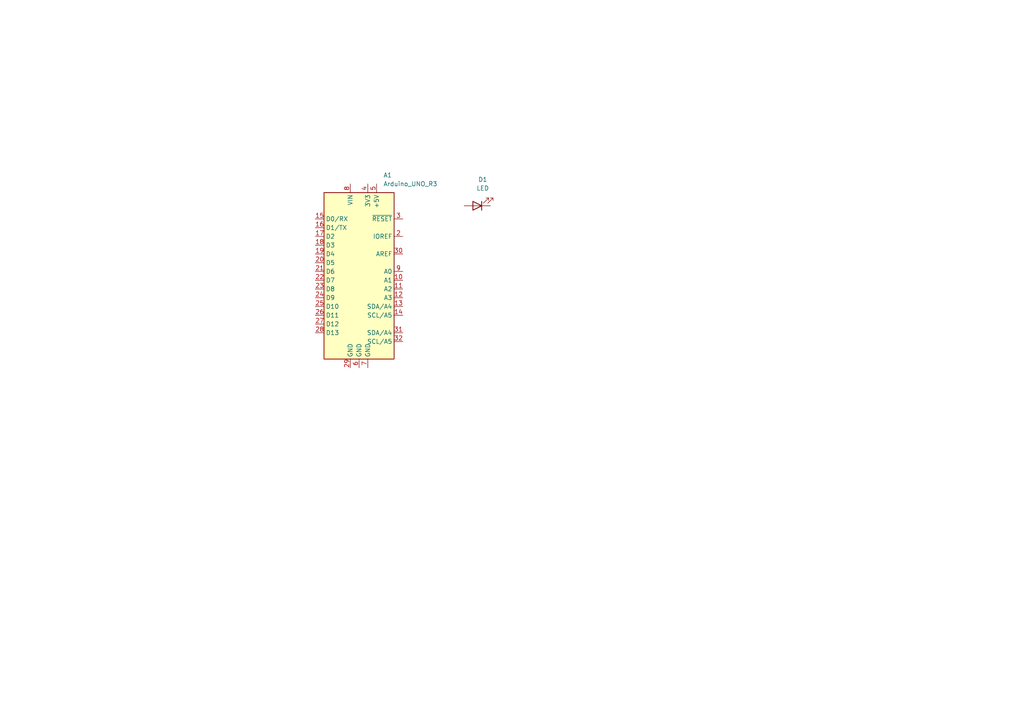
<source format=kicad_sch>
(kicad_sch (version 20230121) (generator eeschema)
  (paper "A4")
  (lib_symbols
    (symbol "Device:LED" (pin_numbers hide) (pin_names (offset 1.016) hide)
      (property "Reference" "D" (at 0 2.54 0))
      (property "Value" "LED" (at 0 -2.54 0))
      (symbol "LED_0_1"
        (polyline (pts (xy -1.27 -1.27) (xy -1.27 1.27)) (stroke (width 0.254)))
        (polyline (pts (xy -1.27 0) (xy 1.27 0)))
        (polyline (pts (xy 1.27 -1.27) (xy 1.27 1.27) (xy -1.27 0) (xy 1.27 -1.27)) (stroke (width 0.254)))
        (polyline (pts (xy -3.048 -0.762) (xy -4.572 -2.286) (xy -3.81 -2.286) (xy -4.572 -2.286) (xy -4.572 -1.524)))
        (polyline (pts (xy -1.778 -0.762) (xy -3.302 -2.286) (xy -2.54 -2.286) (xy -3.302 -2.286) (xy -3.302 -1.524)))
      )
      (symbol "LED_1_1"
        (pin passive line (at -3.81 0 0) (length 2.54) (name "K") (number "1"))
        (pin passive line (at 3.81 0 180) (length 2.54) (name "A") (number "2"))
      )
    )
    (symbol "MCU_Module:Arduino_UNO_R3"
      (property "Reference" "A" (at -10.16 23.495 0))
      (property "Value" "Arduino_UNO_R3" (at 5.08 -26.67 0))
      (symbol "Arduino_UNO_R3_0_1"
        (rectangle (start -10.16 22.86) (end 10.16 -25.4) (stroke (width 0.254)) (fill (type background)))
      )
      (symbol "Arduino_UNO_R3_1_1"
        (pin no_connect line (at -10.16 -20.32 0) (length 2.54) hide (name "NC") (number "1"))
        (pin bidirectional line (at 12.7 -2.54 180) (length 2.54) (name "A1") (number "10"))
        (pin bidirectional line (at 12.7 -5.08 180) (length 2.54) (name "A2") (number "11"))
        (pin bidirectional line (at 12.7 -7.62 180) (length 2.54) (name "A3") (number "12"))
        (pin bidirectional line (at 12.7 -10.16 180) (length 2.54) (name "SDA/A4") (number "13"))
        (pin bidirectional line (at 12.7 -12.7 180) (length 2.54) (name "SCL/A5") (number "14"))
        (pin bidirectional line (at -12.7 15.24 0) (length 2.54) (name "D0/RX") (number "15"))
        (pin bidirectional line (at -12.7 12.7 0) (length 2.54) (name "D1/TX") (number "16"))
        (pin bidirectional line (at -12.7 10.16 0) (length 2.54) (name "D2") (number "17"))
        (pin bidirectional line (at -12.7 7.62 0) (length 2.54) (name "D3") (number "18"))
        (pin bidirectional line (at -12.7 5.08 0) (length 2.54) (name "D4") (number "19"))
        (pin output line (at 12.7 10.16 180) (length 2.54) (name "IOREF") (number "2"))
        (pin bidirectional line (at -12.7 2.54 0) (length 2.54) (name "D5") (number "20"))
        (pin bidirectional line (at -12.7 0 0) (length 2.54) (name "D6") (number "21"))
        (pin bidirectional line (at -12.7 -2.54 0) (length 2.54) (name "D7") (number "22"))
        (pin bidirectional line (at -12.7 -5.08 0) (length 2.54) (name "D8") (number "23"))
        (pin bidirectional line (at -12.7 -7.62 0) (length 2.54) (name "D9") (number "24"))
        (pin bidirectional line (at -12.7 -10.16 0) (length 2.54) (name "D10") (number "25"))
        (pin bidirectional line (at -12.7 -12.7 0) (length 2.54) (name "D11") (number "26"))
        (pin bidirectional line (at -12.7 -15.24 0) (length 2.54) (name "D12") (number "27"))
        (pin bidirectional line (at -12.7 -17.78 0) (length 2.54) (name "D13") (number "28"))
        (pin power_in line (at -2.54 -27.94 90) (length 2.54) (name "GND") (number "29"))
        (pin input line (at 12.7 15.24 180) (length 2.54) (name "~{RESET}") (number "3"))
        (pin input line (at 12.7 5.08 180) (length 2.54) (name "AREF") (number "30"))
        (pin bidirectional line (at 12.7 -17.78 180) (length 2.54) (name "SDA/A4") (number "31"))
        (pin bidirectional line (at 12.7 -20.32 180) (length 2.54) (name "SCL/A5") (number "32"))
        (pin power_out line (at 2.54 25.4 270) (length 2.54) (name "3V3") (number "4"))
        (pin power_out line (at 5.08 25.4 270) (length 2.54) (name "+5V") (number "5"))
        (pin power_in line (at 0 -27.94 90) (length 2.54) (name "GND") (number "6"))
        (pin power_in line (at 2.54 -27.94 90) (length 2.54) (name "GND") (number "7"))
        (pin power_in line (at -2.54 25.4 270) (length 2.54) (name "VIN") (number "8"))
        (pin bidirectional line (at 12.7 0 180) (length 2.54) (name "A0") (number "9"))
      )
    )
  )
  (symbol (lib_id "MCU_Module:Arduino_UNO_R3") (at 104.14 78.74 0) (unit 1)
    (property "Reference" "A1" (at 111.1759 50.8 0) (effects (justify left)))
    (property "Value" "Arduino_UNO_R3" (at 111.1759 53.34 0) (effects (justify left)))
    (property "Footprint" "Module:Arduino_UNO_R3" (effects hide))
    (property "Datasheet" "https://www.arduino.cc/en/Main/arduinoBoardUno" (effects hide))
  )
  (symbol (lib_id "Device:LED") (at 138.43 59.69 180) (unit 1)
    (property "Reference" "D1" (at 140.0175 52.07 0))
    (property "Value" "LED" (at 140.0175 54.61 0))
  )
)
</source>
